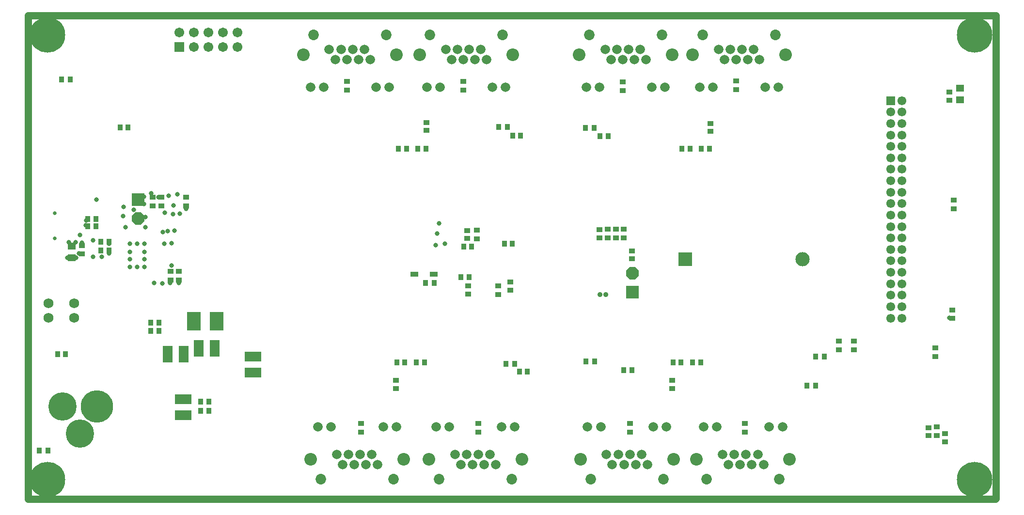
<source format=gbs>
G04*
G04 #@! TF.GenerationSoftware,Altium Limited,Altium Designer,18.1.7 (191)*
G04*
G04 Layer_Color=16711935*
%FSLAX25Y25*%
%MOIN*%
G70*
G01*
G75*
%ADD17C,0.05000*%
%ADD56R,0.04343X0.03800*%
%ADD57R,0.03800X0.04343*%
%ADD60R,0.05800X0.04800*%
%ADD62R,0.11800X0.07099*%
%ADD69R,0.03800X0.04300*%
%ADD77R,0.05524X0.03753*%
%ADD80R,0.05721X0.04737*%
%ADD83R,0.07099X0.11800*%
%ADD87R,0.04300X0.03800*%
%ADD92C,0.06556*%
%ADD93C,0.08674*%
%ADD94C,0.07296*%
%ADD95C,0.06706*%
%ADD96R,0.06706X0.06706*%
%ADD97R,0.09776X0.09776*%
%ADD98C,0.09776*%
%ADD99C,0.06800*%
%ADD100C,0.06115*%
%ADD101R,0.06115X0.06115*%
%ADD102C,0.24422*%
%ADD103C,0.19461*%
%ADD104C,0.22296*%
%ADD105C,0.03556*%
%ADD106C,0.02572*%
%ADD107C,0.03200*%
%ADD177P,0.09389X8X112.5*%
%ADD178R,0.08674X0.08674*%
%ADD179R,0.09800X0.12800*%
D17*
X394Y-333071D02*
X665748D01*
X666142Y-332677D01*
Y-394D01*
X394D02*
X666142D01*
X394Y-333071D02*
Y-394D01*
D56*
X631000Y-288177D02*
D03*
Y-293689D02*
D03*
X443551Y-251358D02*
D03*
Y-256870D02*
D03*
X274583Y-79368D02*
D03*
Y-73857D02*
D03*
X469736Y-80118D02*
D03*
Y-74606D02*
D03*
X253342Y-251429D02*
D03*
Y-256941D02*
D03*
X634000Y-53177D02*
D03*
Y-58689D02*
D03*
X636000Y-208689D02*
D03*
Y-203177D02*
D03*
X303093Y-191988D02*
D03*
Y-186476D02*
D03*
X332000Y-189189D02*
D03*
Y-183677D02*
D03*
X302444Y-148287D02*
D03*
Y-153799D02*
D03*
X619834Y-289471D02*
D03*
Y-283960D02*
D03*
X415690Y-167713D02*
D03*
Y-162201D02*
D03*
X393602Y-147685D02*
D03*
Y-153197D02*
D03*
X37579Y-164205D02*
D03*
Y-158693D02*
D03*
D57*
X338386Y-245197D02*
D03*
X343898D02*
D03*
X124756Y-265933D02*
D03*
X119244D02*
D03*
X119146Y-272396D02*
D03*
X124657D02*
D03*
X26256Y-233433D02*
D03*
X20744D02*
D03*
X444087Y-238996D02*
D03*
X449598D02*
D03*
X457473D02*
D03*
X462984D02*
D03*
X274047Y-91870D02*
D03*
X268535D02*
D03*
X469047D02*
D03*
X463535D02*
D03*
X254087Y-238996D02*
D03*
X259598D02*
D03*
X267473D02*
D03*
X272984D02*
D03*
X260661Y-91870D02*
D03*
X255150D02*
D03*
X455661D02*
D03*
X450150D02*
D03*
X300082Y-159311D02*
D03*
X305594D02*
D03*
X410244Y-244433D02*
D03*
X415756D02*
D03*
X298244Y-180433D02*
D03*
X303756D02*
D03*
X399291Y-83307D02*
D03*
X393779D02*
D03*
X339219Y-83047D02*
D03*
X333707D02*
D03*
X333546Y-157343D02*
D03*
X328035D02*
D03*
X63744Y-77433D02*
D03*
X69256D02*
D03*
X90373Y-211770D02*
D03*
X84861D02*
D03*
X84831Y-217360D02*
D03*
X90343D02*
D03*
X56079Y-155949D02*
D03*
X50567D02*
D03*
X41579Y-145449D02*
D03*
X47091D02*
D03*
Y-140449D02*
D03*
X41579D02*
D03*
X56079Y-161949D02*
D03*
X50567D02*
D03*
D60*
X30579Y-158949D02*
D03*
Y-166949D02*
D03*
D62*
X155000Y-245945D02*
D03*
X107000Y-275445D02*
D03*
Y-264421D02*
D03*
X155000Y-234921D02*
D03*
D69*
X8000Y-299705D02*
D03*
X14000D02*
D03*
X29500Y-44433D02*
D03*
X23500D02*
D03*
X279854Y-184508D02*
D03*
X273853D02*
D03*
X389693Y-77795D02*
D03*
X383693D02*
D03*
X330014Y-77142D02*
D03*
X324014D02*
D03*
X390000Y-238433D02*
D03*
X384000D02*
D03*
X335236Y-240079D02*
D03*
X329236D02*
D03*
X548000Y-234933D02*
D03*
X542000D02*
D03*
X536000Y-254933D02*
D03*
X542000D02*
D03*
D77*
X279609Y-178209D02*
D03*
X266224D02*
D03*
D80*
X641480Y-58295D02*
D03*
Y-50421D02*
D03*
D83*
X128771Y-229330D02*
D03*
X117747D02*
D03*
X107579Y-233340D02*
D03*
X96556D02*
D03*
D87*
X493500Y-280933D02*
D03*
Y-286933D02*
D03*
X414500D02*
D03*
Y-280933D02*
D03*
X409500Y-45933D02*
D03*
Y-51933D02*
D03*
X229500Y-286933D02*
D03*
Y-280933D02*
D03*
X487500Y-45433D02*
D03*
Y-51433D02*
D03*
X299795Y-45531D02*
D03*
Y-51531D02*
D03*
X310000Y-286933D02*
D03*
Y-280933D02*
D03*
X219795Y-45531D02*
D03*
Y-51531D02*
D03*
X323704Y-192232D02*
D03*
Y-186232D02*
D03*
X309137Y-148043D02*
D03*
Y-154043D02*
D03*
X637000Y-133433D02*
D03*
Y-127433D02*
D03*
X625500Y-283433D02*
D03*
Y-289433D02*
D03*
X568500Y-230433D02*
D03*
Y-224433D02*
D03*
X624500Y-234933D02*
D03*
Y-228933D02*
D03*
X558000Y-224433D02*
D03*
Y-230433D02*
D03*
X404626Y-147441D02*
D03*
Y-153441D02*
D03*
X410138Y-147441D02*
D03*
Y-153441D02*
D03*
X399114Y-147441D02*
D03*
Y-153441D02*
D03*
X92079Y-131449D02*
D03*
Y-125449D02*
D03*
X86000Y-125433D02*
D03*
Y-131433D02*
D03*
X104079Y-176449D02*
D03*
Y-182449D02*
D03*
X98412Y-176449D02*
D03*
Y-182449D02*
D03*
X109079Y-125449D02*
D03*
Y-131449D02*
D03*
D92*
X475445Y-23720D02*
D03*
X479461Y-30728D02*
D03*
X483476Y-23720D02*
D03*
X487492Y-30728D02*
D03*
X491508Y-23720D02*
D03*
X495524Y-30728D02*
D03*
X499539Y-23720D02*
D03*
X503555Y-30728D02*
D03*
X462453Y-49744D02*
D03*
X471468D02*
D03*
X507531D02*
D03*
X516547D02*
D03*
X207618Y-23720D02*
D03*
X211634Y-30728D02*
D03*
X215650Y-23720D02*
D03*
X219665Y-30728D02*
D03*
X223681Y-23720D02*
D03*
X227697Y-30728D02*
D03*
X231713Y-23720D02*
D03*
X235728Y-30728D02*
D03*
X194626Y-49744D02*
D03*
X203642D02*
D03*
X239705D02*
D03*
X248721D02*
D03*
X328799D02*
D03*
X319783D02*
D03*
X283720D02*
D03*
X274705D02*
D03*
X315807Y-30728D02*
D03*
X311791Y-23720D02*
D03*
X307776Y-30728D02*
D03*
X303760Y-23720D02*
D03*
X299744Y-30728D02*
D03*
X295728Y-23720D02*
D03*
X291713Y-30728D02*
D03*
X287697Y-23720D02*
D03*
X397445D02*
D03*
X401461Y-30728D02*
D03*
X405476Y-23720D02*
D03*
X409492Y-30728D02*
D03*
X413508Y-23720D02*
D03*
X417524Y-30728D02*
D03*
X421539Y-23720D02*
D03*
X425555Y-30728D02*
D03*
X384453Y-49744D02*
D03*
X393468D02*
D03*
X429531D02*
D03*
X438547D02*
D03*
X199784Y-283327D02*
D03*
X208799D02*
D03*
X244862D02*
D03*
X253878D02*
D03*
X212776Y-302343D02*
D03*
X216791Y-309350D02*
D03*
X220807Y-302343D02*
D03*
X224823Y-309350D02*
D03*
X228839Y-302343D02*
D03*
X232854Y-309350D02*
D03*
X236870Y-302343D02*
D03*
X240886Y-309350D02*
D03*
X322146D02*
D03*
X318130Y-302343D02*
D03*
X314114Y-309350D02*
D03*
X310098Y-302343D02*
D03*
X306083Y-309350D02*
D03*
X302067Y-302343D02*
D03*
X298051Y-309350D02*
D03*
X294035Y-302343D02*
D03*
X335138Y-283327D02*
D03*
X326122D02*
D03*
X290059D02*
D03*
X281043D02*
D03*
X506306Y-309350D02*
D03*
X502290Y-302343D02*
D03*
X498274Y-309350D02*
D03*
X494258Y-302343D02*
D03*
X490243Y-309350D02*
D03*
X486227Y-302343D02*
D03*
X482211Y-309350D02*
D03*
X478195Y-302343D02*
D03*
X519298Y-283327D02*
D03*
X510282D02*
D03*
X474219D02*
D03*
X465203D02*
D03*
X426383Y-309350D02*
D03*
X422368Y-302343D02*
D03*
X418352Y-309350D02*
D03*
X414336Y-302343D02*
D03*
X410321Y-309350D02*
D03*
X406305Y-302343D02*
D03*
X402289Y-309350D02*
D03*
X398273Y-302343D02*
D03*
X439376Y-283327D02*
D03*
X430360D02*
D03*
X394297D02*
D03*
X385281D02*
D03*
D93*
X521508Y-27224D02*
D03*
X457492D02*
D03*
X253681D02*
D03*
X189665D02*
D03*
X269744D02*
D03*
X333760D02*
D03*
X443508D02*
D03*
X379492D02*
D03*
X258839Y-305847D02*
D03*
X194823D02*
D03*
X276083D02*
D03*
X340098D02*
D03*
X460243D02*
D03*
X524258D02*
D03*
X380321D02*
D03*
X444336D02*
D03*
D94*
X514500Y-13721D02*
D03*
X464500D02*
D03*
X246673D02*
D03*
X196673D02*
D03*
X276752D02*
D03*
X326752D02*
D03*
X436500D02*
D03*
X386500D02*
D03*
X251831Y-319350D02*
D03*
X201831D02*
D03*
X283091D02*
D03*
X333091D02*
D03*
X467250D02*
D03*
X517250D02*
D03*
X387328D02*
D03*
X437328D02*
D03*
D95*
X144500Y-11933D02*
D03*
Y-21933D02*
D03*
X134500Y-11933D02*
D03*
Y-21933D02*
D03*
X124500Y-11933D02*
D03*
Y-21933D02*
D03*
X114500Y-11933D02*
D03*
Y-21933D02*
D03*
X104500Y-11933D02*
D03*
D96*
Y-21933D02*
D03*
D97*
X452500Y-167933D02*
D03*
D98*
X533169D02*
D03*
D99*
X14500Y-208433D02*
D03*
Y-198433D02*
D03*
X32000Y-208433D02*
D03*
Y-198433D02*
D03*
D100*
X601500Y-208539D02*
D03*
X593626D02*
D03*
X601500Y-200665D02*
D03*
X593626D02*
D03*
X601500Y-192791D02*
D03*
X593626D02*
D03*
X601500Y-184917D02*
D03*
X593626D02*
D03*
X601500Y-177043D02*
D03*
X593626D02*
D03*
X601500Y-169169D02*
D03*
X593626D02*
D03*
X601500Y-161295D02*
D03*
X593626D02*
D03*
X601500Y-153421D02*
D03*
X593626D02*
D03*
X601500Y-145547D02*
D03*
X593626D02*
D03*
X601500Y-137673D02*
D03*
X593626D02*
D03*
X601500Y-129799D02*
D03*
X593626D02*
D03*
X601500Y-121925D02*
D03*
X593626D02*
D03*
X601500Y-114051D02*
D03*
X593626D02*
D03*
X601500Y-106177D02*
D03*
X593626D02*
D03*
X601500Y-98303D02*
D03*
X593626D02*
D03*
X601500Y-90429D02*
D03*
X593626D02*
D03*
X601500Y-82555D02*
D03*
X593626D02*
D03*
X601500Y-74681D02*
D03*
X593626D02*
D03*
X601500Y-66807D02*
D03*
X593626D02*
D03*
X601500Y-58933D02*
D03*
D101*
X593626D02*
D03*
D102*
X651575Y-319685D02*
D03*
Y-13780D02*
D03*
X13716Y-13669D02*
D03*
X13780Y-319685D02*
D03*
D103*
X36000Y-287933D02*
D03*
X24189Y-269429D02*
D03*
D104*
X47811D02*
D03*
D105*
X393717Y-192378D02*
D03*
X397654D02*
D03*
D106*
X18799Y-136291D02*
D03*
Y-153614D02*
D03*
D107*
X47471Y-127063D02*
D03*
X634000Y-208433D02*
D03*
X287000Y-157433D02*
D03*
X280646Y-158490D02*
D03*
X281700Y-150339D02*
D03*
X85000Y-122528D02*
D03*
X33000Y-156433D02*
D03*
X28500D02*
D03*
X27500Y-166933D02*
D03*
X35500Y-163933D02*
D03*
X33500Y-166933D02*
D03*
X37375Y-156719D02*
D03*
X36036Y-151234D02*
D03*
X80500Y-167933D02*
D03*
Y-173433D02*
D03*
X75500D02*
D03*
X70500D02*
D03*
Y-167933D02*
D03*
Y-162933D02*
D03*
Y-157433D02*
D03*
X75500D02*
D03*
X80500D02*
D03*
Y-162933D02*
D03*
X56000Y-163933D02*
D03*
X56029Y-157481D02*
D03*
X51126Y-166443D02*
D03*
X45000Y-166433D02*
D03*
Y-154933D02*
D03*
X40257Y-144768D02*
D03*
X40321Y-141456D02*
D03*
X100000Y-136933D02*
D03*
X99132Y-157004D02*
D03*
X96608Y-148718D02*
D03*
X94164Y-157359D02*
D03*
X101079Y-148449D02*
D03*
X93079Y-149449D02*
D03*
X98079Y-184449D02*
D03*
X104079D02*
D03*
X87079D02*
D03*
X92934Y-184562D02*
D03*
X104942Y-136822D02*
D03*
X100550Y-131117D02*
D03*
X103079Y-123449D02*
D03*
X97079Y-124449D02*
D03*
X99079Y-172449D02*
D03*
X90011Y-125306D02*
D03*
X109079Y-133449D02*
D03*
X73079Y-133949D02*
D03*
X80079Y-129949D02*
D03*
X65931Y-138190D02*
D03*
X67579Y-145949D02*
D03*
X81079D02*
D03*
Y-138949D02*
D03*
X80079Y-124949D02*
D03*
X94579Y-135949D02*
D03*
X66079Y-131949D02*
D03*
X283200Y-143433D02*
D03*
D177*
X416043Y-177606D02*
D03*
X76000Y-139933D02*
D03*
D178*
X416043Y-190598D02*
D03*
X76000Y-126941D02*
D03*
D179*
X130055Y-210659D02*
D03*
X114307D02*
D03*
M02*

</source>
